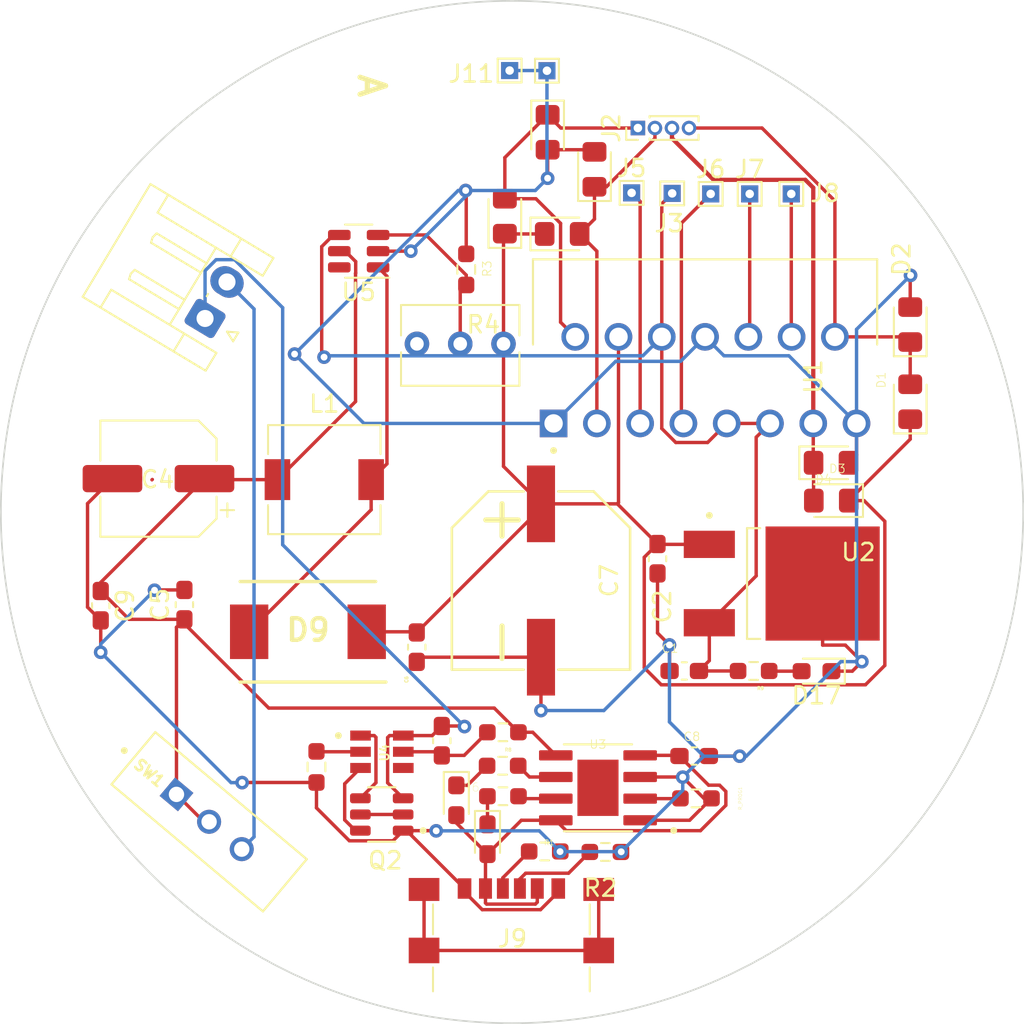
<source format=kicad_pcb>
(kicad_pcb (version 20221018) (generator pcbnew)
  (layers (0 "F.Cu" signal) (31 "B.Cu" signal) (34 "B.Paste" user) (35 "F.Paste" user) (36 "B.SilkS" user "B.Silkscreen") (37 "F.SilkS" user "F.Silkscreen") (38 "B.Mask" user) (39 "F.Mask" user) (44 "Edge.Cuts" user))
  (net 0 "")
  (net 1 "+5V Arduino")
  (net 2 "GND_Arduino1")
  (net 3 "A0")
  (net 4 "A1")
  (net 5 "A2")
  (net 6 "A3")
  (net 7 "Bat+")
  (net 8 "Boost_Out")
  (net 9 "Net-(U4-VCC)")
  (net 10 "Batt-")
  (net 11 "OUT4")
  (net 12 "OUT3")
  (net 13 "OUT2")
  (net 14 "OUT1")
  (net 15 "Net-(D10-K)")
  (net 16 "Net-(D10-A)")
  (net 17 "Net-(D11-K)")
  (net 18 "Net-(D17-A)")
  (net 19 "Net-(J9-CC1)")
  (net 20 "Net-(J9-CC2)")
  (net 21 "unconnected-(J9-SHIELD-PadS1)")
  (net 22 "Net-(D9-B)")
  (net 23 "Net-(Q2-Pad2)")
  (net 24 "Net-(U4-OD)")
  (net 25 "Net-(U4-OC)")
  (net 26 "Net-(U5-FB)")
  (net 27 "Hold")
  (net 28 "Charge")
  (net 29 "Net-(U4-CS)")
  (net 30 "Net-(U3-PROG)")
  (net 32 "Net-(J4-Pin_2)")
  (footprint "Resistor_SMD:R_0603_1608Metric_Pad0.98x0.95mm_HandSolder" (layer "F.Cu") (at 115.89875 82.89)
    (fp_text reference "R1")
    (fp_text value "5.2k" hide)
  )
  (footprint "Capacitor_SMD:C_0603_1608Metric_Pad1.08x0.95mm_HandSolder" (layer "F.Cu") (at 124.66875 77.29)
    (fp_text reference "C8")
    (fp_text value "10uF")
  )
  (footprint "Package_TO_SOT_SMD:SOT-23-6" (layer "F.Cu") (at 104.98 47.66 180)
    (fp_text reference "U5")
    (fp_text value "MT3608")
  )
  (footprint "TestPoint:TestPoint_THTPad_1.0x1.0mm_Drill0.5mm" (layer "F.Cu") (at 127.92875 44.3)
    (fp_text reference "J7")
    (fp_text value "Conn_01x01_Socket" hide)
  )
  (footprint "Resistor_SMD:R_0603_1608Metric_Pad0.98x0.95mm_HandSolder" (layer "F.Cu") (at 113.44375 75.895)
    (fp_text reference "R8")
    (fp_text value "100")
  )
  (footprint "Connector_PinHeader_1.00mm:PinHeader_1x04_P1.00mm_Vertical" (layer "F.Cu") (at 121.36725 40.4335 90)
    (fp_text reference "J2")
    (fp_text value "Conn_01x04_Socket" hide)
  )
  (footprint "KiCad:DIOM8059X256N" (layer "F.Cu") (at 102.00225 69.9985 180)
    (fp_text reference "D9")
    (fp_text value "SS34" hide)
  )
  (footprint "FS8205:SOT95P280X145-6N" (layer "F.Cu") (at 106.33375 80.72 180)
    (fp_text reference "Q2")
    (fp_text value "FS8205")
  )
  (footprint "Diode_SMD:D_0805_2012Metric_Pad1.15x1.40mm_HandSolder" (layer "F.Cu") (at 118.81875 42.8575 90)
    (fp_text reference "D6" hide)
    (fp_text value "1N5400" hide)
  )
  (footprint "Capacitor_SMD:C_0603_1608Metric_Pad1.08x0.95mm_HandSolder" (layer "F.Cu") (at 89.84225 68.466 -90)
    (fp_text reference "C9")
    (fp_text value "10uF")
  )
  (footprint "L298N:TO127P2020X500X2100-15" (layer "F.Cu") (at 116.41875 57.77 90)
    (fp_text reference "U1")
    (fp_text value "L298N")
  )
  (footprint "Resistor_SMD:R_0603_1608Metric_Pad0.98x0.95mm_HandSolder" (layer "F.Cu") (at 113.44625 79.65)
    (fp_text reference "R6")
    (fp_text value "1k")
  )
  (footprint "Capacitor_SMD:C_0603_1608Metric_Pad1.08x0.95mm_HandSolder" (layer "F.Cu") (at 108.38875 70.9 -90)
    (fp_text reference "C6")
    (fp_text value "1uF")
  )
  (footprint "Connector_JST:JST_EH_S2B-EH_1x02_P2.50mm_Horizontal" (layer "F.Cu") (at 95.964838 51.610558 59)
    (fp_text reference "J4" hide)
    (fp_text value "Conn_01x02_Pin" hide)
  )
  (footprint "LED_SMD:LED_0603_1608Metric_Pad1.05x0.95mm_HandSolder" (layer "F.Cu") (at 112.54 82.1725 -90)
    (fp_text reference "D11" hide)
    (fp_text value "GREEN_LED" hide)
  )
  (footprint "Diode_SMD:D_0805_2012Metric_Pad1.15x1.40mm_HandSolder" (layer "F.Cu") (at 132.71625 62.3 180)
    (fp_text reference "D3")
    (fp_text value "1N5400" hide)
  )
  (footprint "TestPoint:TestPoint_THTPad_1.0x1.0mm_Drill0.5mm" (layer "F.Cu") (at 113.84 37.06 180)
    (fp_text reference "J11")
    (fp_text value "Conn_01x01_Socket" hide)
  )
  (footprint "TestPoint:TestPoint_THTPad_1.0x1.0mm_Drill0.5mm" (layer "F.Cu") (at 120.99875 44.24)
    (fp_text reference "J5")
    (fp_text value "Conn_01x01_Socket" hide)
  )
  (footprint "MINI-SPDT-SW:SW_MINI-SPDT-SW" (layer "F.Cu") (at 96.20225 81.1485 -40)
    (fp_text reference "SW1")
    (fp_text value "SW_SPDT")
  )
  (footprint "CAP-SMD_BD10.0-L10.3-W10.3-FD:CAP-SMD_BD10.0-L10.3-W10.3-FD" (layer "F.Cu") (at 115.67875 66.99 -90)
    (fp_text reference "C7")
    (fp_text value "220uF/50V")
  )
  (footprint "Inductor_SMD:L_6.3x6.3_H3" (layer "F.Cu") (at 102.96225 61.0685)
    (fp_text reference "L1")
    (fp_text value "22uh/2A")
  )
  (footprint "Capacitor_SMD:C_0603_1608Metric_Pad1.08x0.95mm_HandSolder" (layer "F.Cu") (at 109.85875 76.39 90)
    (fp_text reference "C10" hide)
    (fp_text value "100nF" hide)
  )
  (footprint "Resistor_SMD:R_0603_1608Metric_Pad0.98x0.95mm_HandSolder" (layer "F.Cu") (at 111.29225 48.731 90)
    (fp_text reference "R3")
    (fp_text value "1k")
  )
  (footprint "TestPoint:TestPoint_THTPad_1.0x1.0mm_Drill0.5mm" (layer "F.Cu") (at 130.36875 44.3)
    (fp_text reference "J8")
    (fp_text value "Conn_01x01_Socket" hide)
  )
  (footprint "TP4056:SOP127P600X175-9N" (layer "F.Cu") (at 119.02375 79.155 180)
    (fp_text reference "U3")
    (fp_text value "TP4056" hide)
  )
  (footprint "Resistor_SMD:R_0603_1608Metric_Pad0.98x0.95mm_HandSolder" (layer "F.Cu") (at 102.50375 77.93 -90)
    (fp_text reference "R7" hide)
    (fp_text value "1k" hide)
  )
  (footprint "Resistor_SMD:R_0603_1608Metric_Pad0.98x0.95mm_HandSolder" (layer "F.Cu") (at 113.42875 77.86)
    (fp_text reference "R5" hide)
    (fp_text value "1k" hide)
  )
  (footprint "LED_SMD:LED_0603_1608Metric_Pad1.05x0.95mm_HandSolder" (layer "F.Cu") (at 110.71 79.885 -90)
    (fp_text reference "D10" hide)
    (fp_text value "RED_LED" hide)
  )
  (footprint "Resistor_SMD:R_0603_1608Metric_Pad0.98x0.95mm_HandSolder" (layer "F.Cu") (at 128.15875 72.2975)
    (fp_text reference "R9")
    (fp_text value "1k")
  )
  (footprint "Diode_SMD:D_0805_2012Metric_Pad1.15x1.40mm_HandSolder" (layer "F.Cu") (at 137.34875 51.9675 90)
    (fp_text reference "D2")
    (fp_text value "1N5400" hide)
  )
  (footprint "L78M05CDT:VREG_L78M05CDT" (layer "F.Cu") (at 129.80875 67.1675)
    (fp_text reference "U2")
    (fp_text value "L7805")
  )
  (footprint "Resistor_SMD:R_0603_1608Metric_Pad0.98x0.95mm_HandSolder" (layer "F.Cu") (at 119.45875 82.92)
    (fp_text reference "R2")
    (fp_text value "5.2k" hide)
  )
  (footprint "Diode_SMD:D_0805_2012Metric_Pad1.15x1.40mm_HandSolder" (layer "F.Cu") (at 132.70125 60.08)
    (fp_text reference "D4")
    (fp_text value "1N5400" hide)
  )
  (footprint "Capacitor_SMD:C_0603_1608Metric_Pad1.08x0.95mm_HandSolder" (layer "F.Cu") (at 94.75225 68.4045 90)
    (fp_text reference "C5")
    (fp_text value "1uF")
  )
  (footprint "TestPoint:TestPoint_THTPad_1.0x1.0mm_Drill0.5mm" (layer "F.Cu") (at 123.37875 44.27)
    (fp_text reference "J3")
    (fp_text value "Conn_01x01_Socket" hide)
  )
  (footprint "Diode_SMD:D_0805_2012Metric_Pad1.15x1.40mm_HandSolder" (layer "F.Cu") (at 116.06875 40.6825 -90)
    (fp_text reference "D8" hide)
    (fp_text value "1N5400" hide)
  )
  (footprint "Diode_SMD:D_0805_2012Metric_Pad1.15x1.40mm_HandSolder" (layer "F.Cu") (at 137.34875 56.4975 90)
    (fp_text reference "D1")
    (fp_text value "1N5400" hide)
  )
  (footprint "Diode_SMD:D_0805_2012Metric_Pad1.15x1.40mm_HandSolder" (layer "F.Cu") (at 113.55875 45.6075 90)
    (fp_text reference "D7" hide)
    (fp_text value "1N5400" hide)
  )
  (footprint "DW01A:SOT95P280X145-6N" (layer "F.Cu") (at 106.34375 77.04)
    (fp_text reference "U4")
    (fp_text value "DW01A" hide)
  )
  (footprint "LED_SMD:LED_0603_1608Metric_Pad1.05x0.95mm_HandSolder" (layer "F.Cu") (at 131.85 72.31 180)
    (fp_text reference "D17")
    (fp_text value "LED")
  )
  (footprint "Capacitor_SMD:C_0603_1608Metric_Pad1.08x0.95mm_HandSolder" (layer "F.Cu") (at 122.51875 65.71 -90)
    (fp_text reference "C2")
    (fp_text value "10uF" hide)
  )
  (footprint "Diode_SMD:D_0805_2012Metric_Pad1.15x1.40mm_HandSolder" (layer "F.Cu") (at 116.92125 46.65)
    (fp_text reference "D5" hide)
    (fp_text value "1N5400" hide)
  )
  (footprint "Connector_USB:USB_C_Receptacle_GCT_USB4135-GF-A_6P_TopMnt_Horizontal" (layer "F.Cu") (at 113.94225 88.0985)
    (fp_text reference "J9")
    (fp_text value "USB_C_Receptacle_PowerOnly_6P" hide)
  )
  (footprint "Capacitor_SMD:C_0603_1608Metric_Pad1.08x0.95mm_HandSolder" (layer "F.Cu") (at 124.08875 72.2975 180)
    (fp_text reference "C1")
    (fp_text value "10uF")
  )
  (footprint "Potentiometer_THT:Potentiometer_Bourns_3266Y_Vertical" (layer "F.Cu") (at 113.48 53.1)
    (fp_text reference "R4")
    (fp_text value "20k-40k")
  )
  (footprint "Capacitor_SMD:CP_Elec_6.3x7.7" (layer "F.Cu") (at 93.23 61.01 180)
    (fp_text reference "C4")
    (fp_text value "47uF/50V")
  )
  (footprint "Resistor_SMD:R_0603_1608Metric_Pad0.98x0.95mm_HandSolder" (layer "F.Cu") (at 124.77375 79.775)
    (fp_text reference "R_PROG1")
    (fp_text value "1.2k")
  )
  (footprint "TestPoint:TestPoint_THTPad_1.0x1.0mm_Drill0.5mm" (layer "F.Cu") (at 116.03 37.07 180)
    (fp_text reference "J10" hide)
    (fp_text value "Conn_01x01_Socket" hide)
  )
  (footprint "TestPoint:TestPoint_THTPad_1.0x1.0mm_Drill0.5mm" (layer "F.Cu") (at 125.63875 44.3)
    (fp_text reference "J6")
    (fp_text value "Conn_01x01_Socket" hide)
  )
  (gr_circle (center 113.98 62.97) (end 113.98 92.97) (stroke (width 0.1)) (fill none) (layer "Edge.Cuts"))
  (gr_text "A" (at 104.86 37.11 -90) (layer "F.SilkS") (effects (font (size 1.5 1.5) (thickness 0.3) bold) (justify left bottom)))
  (segment (start 128.308751 66.717499) (end 125.55875 69.4675) (width 0.2) (layer "F.Cu") (net 1))
  (segment (start 102.81 53.74125) (end 102.94875 53.88) (width 0.2) (layer "F.Cu") (net 1))
  (segment (start 123.588972 58.89) (end 125.45875 58.89) (width 0.2) (layer "F.Cu") (net 1))
  (segment (start 122.76875 52.69) (end 122.76875 58.069778) (width 0.2) (layer "F.Cu") (net 1))
  (segment (start 127.24625 72.2975) (end 124.95125 72.2975) (width 0.2) (layer "F.Cu") (net 1))
  (segment (start 122.76875 58.069778) (end 123.588972 58.89) (width 0.2) (layer "F.Cu") (net 1))
  (segment (start 126.57875 57.77) (end 129.11875 57.77) (width 0.2) (layer "F.Cu") (net 1))
  (segment (start 102.91225 53.78525) (end 102.91225 53.8435) (width 0.2) (layer "F.Cu") (net 1))
  (segment (start 122.76875 44.88) (end 123.37875 44.27) (width 0.2) (layer "F.Cu") (net 1))
  (segment (start 124.95125 72.2975) (end 125.55875 71.69) (width 0.2) (layer "F.Cu") (net 1))
  (segment (start 129.11875 57.77) (end 128.308751 58.579999) (width 0.2) (layer "F.Cu") (net 1))
  (segment (start 103.493604 46.71) (end 102.81 47.393604) (width 0.2) (layer "F.Cu") (net 1))
  (segment (start 125.45875 58.89) (end 126.57875 57.77) (width 0.2) (layer "F.Cu") (net 1))
  (segment (start 103.8425 46.71) (end 103.493604 46.71) (width 0.2) (layer "F.Cu") (net 1))
  (segment (start 128.308751 58.579999) (end 128.308751 66.717499) (width 0.2) (layer "F.Cu") (net 1))
  (segment (start 102.81 47.393604) (end 102.81 53.74125) (width 0.2) (layer "F.Cu") (net 1))
  (segment (start 125.55875 71.69) (end 125.55875 69.4675) (width 0.2) (layer "F.Cu") (net 1))
  (segment (start 102.91225 53.8435) (end 102.94875 53.88) (width 0.2) (layer "F.Cu") (net 1))
  (segment (start 122.76875 52.69) (end 122.76875 44.88) (width 0.2) (layer "F.Cu") (net 1))
  (via (at 102.94875 53.88) (size 0.8) (drill 0.4) (layers "F.Cu" "B.Cu") (net 1))
  (segment (start 121.65875 53.8) (end 103.02875 53.8) (width 0.2) (layer "B.Cu") (net 1))
  (segment (start 103.02875 53.8) (end 102.94875 53.88) (width 0.2) (layer "B.Cu") (net 1))
  (segment (start 122.76875 52.69) (end 121.65875 53.8) (width 0.2) (layer "B.Cu") (net 1))
  (segment (start 102.50375 78.8425) (end 98.14625 78.8425) (width 0.2) (layer "F.Cu") (net 2))
  (segment (start 116.80875 82.89) (end 116.79875 82.9) (width 0.2) (layer "F.Cu") (net 2))
  (segment (start 90.53 61.01) (end 89.06725 62.47275) (width 0.2) (layer "F.Cu") (net 2))
  (segment (start 125.24375 79.775) (end 123.99875 78.53) (width 0.2) (layer "F.Cu") (net 2))
  (segment (start 122.51875 66.5725) (end 122.51875 70.07) (width 0.2) (layer "F.Cu") (net 2))
  (segment (start 107.58875 81.67) (end 107.79625 81.67) (width 0.2) (layer "F.Cu") (net 2))
  (segment (start 94.75225 67.542) (end 93.01675 67.542) (width 0.2) (layer "F.Cu") (net 2))
  (segment (start 106.99375 82.265) (end 104.435889 82.265) (width 0.2) (layer "F.Cu") (net 2))
  (segment (start 125.68625 79.775) (end 125.24375 79.775) (width 0.2) (layer "F.Cu") (net 2))
  (segment (start 102.50375 80.332861) (end 102.50375 78.8425) (width 0.2) (layer "F.Cu") (net 2))
  (segment (start 134.19875 59.6075) (end 134.19875 57.77) (width 0.2) (layer "F.Cu") (net 2))
  (segment (start 106.1175 47.66) (end 108.04 47.66) (width 0.2) (layer "F.Cu") (net 2))
  (segment (start 107.79625 81.67) (end 111.19225 85.066) (width 0.2) (layer "F.Cu") (net 2))
  (segment (start 133.55475 57.561) (end 133.56475 57.571) (width 0.25) (layer "F.Cu") (net 2))
  (segment (start 108.38875 71.7625) (end 108.66125 71.49) (width 0.2) (layer "F.Cu") (net 2))
  (segment (start 125.53125 77.29) (end 127.32875 77.29) (width 0.2) (layer "F.Cu") (net 2))
  (segment (start 122.51875 70.07) (end 123.21875 70.77) (width 0.2) (layer "F.Cu") (net 2))
  (segment (start 111.29225 47.8185) (end 111.29225 44.1335) (width 0.2) (layer "F.Cu") (net 2))
  (segment (start 116.69225 85.266) (end 115.65125 86.307) (width 0.2) (layer "F.Cu") (net 2))
  (segment (start 118.69375 41.7075) (end 118.81875 41.8325) (width 0.2) (layer "F.Cu") (net 2))
  (segment (start 89.84225 69.3285) (end 89.84225 71.1965) (width 0.2) (layer "F.Cu") (net 2))
  (segment (start 127.32875 77.29) (end 127.33875 77.3) (width 0.2) (layer "F.Cu") (net 2))
  (segment (start 115.67875 71.49) (end 115.67875 74.62) (width 0.2) (layer "F.Cu") (net 2))
  (segment (start 98.14625 78.8425) (end 98.13875 78.85) (width 0.2) (layer "F.Cu") (net 2))
  (segment (start 120.37125 82.92) (end 120.37875 82.92) (width 0.2) (layer "F.Cu") (net 2))
  (segment (start 133.56725 57.5685) (end 133.56475 57.571) (width 0.25) (layer "F.Cu") (net 2))
  (segment (start 89.84225 71.1965) (end 89.83875 71.2) (width 0.2) (layer "F.Cu") (net 2))
  (segment (start 107.58875 81.67) (end 106.99375 82.265) (width 0.2) (layer "F.Cu") (net 2))
  (segment (start 133.72625 60.08) (end 134.19875 59.6075) (width 0.2) (layer "F.Cu") (net 2))
  (segment (start 111.19225 85.266) (end 111.19225 85.066) (width 0.2) (layer "F.Cu") (net 2))
  (segment (start 116.69225 85.066) (end 116.69225 85.266) (width 0.2) (layer "F.Cu") (net 2))
  (segment (start 123.22625 70.7775) (end 123.21875 70.77) (width 0.2) (layer "F.Cu") (net 2))
  (segment (start 112.23325 86.307) (end 111.19225 85.266) (width 0.2) (layer "F.Cu") (net 2))
  (segment (start 116.06875 41.7075) (end 118.69375 41.7075) (width 0.2) (layer "F.Cu") (net 2))
  (segment (start 124.40125 81.06) (end 121.49875 81.06) (width 0.2) (layer "F.Cu") (net 2))
  (segment (start 111.29225 44.1335) (end 111.25875 44.1) (width 0.2) (layer "F.Cu") (net 2))
  (segment (start 132.20875 70.78) (end 133.54 70.78) (width 0.2) (layer "F.Cu") (net 2))
  (segment (start 104.435889 82.265) (end 102.50375 80.332861) (width 0.2) (layer "F.Cu") (net 2))
  (segment (start 132.20875 67.1675) (end 132.20875 70.78) (width 0.2) (layer "F.Cu") (net 2))
  (segment (start 123.98875 78.52) (end 123.99875 78.53) (width 0.2) (layer "F.Cu") (net 2))
  (segment (start 115.65125 86.307) (end 112.23325 86.307) (width 0.2) (layer "F.Cu") (net 2))
  (segment (start 93.01675 67.542) (end 92.99875 67.56) (width 0.2) (layer "F.Cu") (net 2))
  (segment (start 133.95 72.31) (end 134.51 71.75) (width 0.2) (layer "F.Cu") (net 2))
  (segment (start 133.54 70.78) (end 134.51 71.75) (width 0.2) (layer "F.Cu") (net 2))
  (segment (start 123.22625 72.2975) (end 123.22625 70.7775) (width 0.2) (layer "F.Cu") (net 2))
  (segment (start 137.34875 50.9425) (end 137.34875 49.1) (width 0.2) (layer "F.Cu") (net 2))
  (segment (start 109.51875 81.67) (end 109.52875 81.68) (width 0.2) (layer "F.Cu") (net 2))
  (segment (start 107.58875 81.67) (end 109.51875 81.67) (width 0.2) (layer "F.Cu") (net 2))
  (segment (start 121.49875 78.52) (end 123.98875 78.52) (width 0.2) (layer "F.Cu") (net 2))
  (segment (start 89.06725 68.5535) (end 89.84225 69.3285) (width 0.2) (layer "F.Cu") (net 2))
  (segment (start 116.81125 82.89) (end 116.80875 82.89) (width 0.2) (layer "F.Cu") (net 2))
  (segment (start 89.06725 62.47275) (end 89.06725 68.5535) (width 0.2) (layer "F.Cu") (net 2))
  (segment (start 125.68625 79.775) (end 124.40125 81.06) (width 0.2) (layer "F.Cu") (net 2))
  (segment (start 132.725 72.31) (end 133.95 72.31) (width 0.2) (layer "F.Cu") (net 2))
  (segment (start 108.66125 71.49) (end 115.67875 71.49) (width 0.2) (layer "F.Cu") (net 2))
  (segment (start 137.34875 49.1) (end 137.36875 49.08) (width 0.2) (layer "F.Cu") (net 2))
  (segment (start 116.06875 41.7075) (end 116.06875 43.38) (width 0.2) (layer "F.Cu") (net 2))
  (segment (start 120.37875 82.92) (end 120.38875 82.91) (width 0.2) (layer "F.Cu") (net 2))
  (via (at 98.13875 78.85) (size 0.8) (drill 0.4) (layers "F.Cu" "B.Cu") (net 2))
  (via (at 123.21875 70.77) (size 0.8) (drill 0.4) (layers "F.Cu" "B.Cu") (net 2))
  (via (at 134.51 71.75) (size 0.8) (drill 0.4) (layers "F.Cu" "B.Cu") (net 2))
  (via (at 101.21875 53.7) (size 0.8) (drill 0.4) (layers "F.Cu" "B.Cu") (net 2))
  (via (at 116.79875 82.9) (size 0.8) (drill 0.4) (layers "F.Cu" "B.Cu") (net 2))
  (via (at 116.06875 43.38) (size 0.8) (drill 0.4) (layers "F.Cu" "B.Cu") (net 2))
  (via (at 89.83875 71.2) (size 0.8) (drill 0.4) (layers "F.Cu" "B.Cu") (net 2))
  (via (at 127.33875 77.3) (size 0.8) (drill 0.4) (layers "F.Cu" "B.Cu") (net 2))
  (via (at 111.25875 44.1) (size 0.8) (drill 0.4) (layers "F.Cu" "B.Cu") (net 2))
  (via (at 120.38875 82.91) (size 0.8) (drill 0.4) (layers "F.Cu" "B.Cu") (net 2))
  (via (at 109.52875 81.68) (size 0.8) (drill 0.4) (layers "F.Cu" "B.Cu") (net 2))
  (via (at 108.04 47.66) (size 0.8) (drill 0.4) (layers "F.Cu" "B.Cu") (net 2))
  (via (at 137.36875 49.08) (size 0.8) (drill 0.4) (layers "F.Cu" "B.Cu") (net 2))
  (via (at 92.99875 67.56) (size 0.8) (drill 0.4) (layers "F.Cu" "B.Cu") (net 2))
  (via (at 123.99875 78.53) (size 0.8) (drill 0.4) (layers "F.Cu" "B.Cu") (net 2))
  (via (at 115.67875 74.62) (size 0.8) (drill 0.4) (layers "F.Cu" "B.Cu") (net 2))
  (segment (start 134.19875 71.43875) (end 134.51 71.75) (width 0.2) (layer "B.Cu") (net 2))
  (segment (start 123.21875 75.29) (end 123.21875 70.77) (width 0.2) (layer "B.Cu") (net 2))
  (segment (start 109.52875 81.68) (end 115.57875 81.68) (width 0.2) (layer "B.Cu") (net 2))
  (segment (start 108.04 47.66) (end 111.25875 44.44125) (width 0.2) (layer "B.Cu") (net 2))
  (segment (start 97.48875 78.85) (end 98.13875 78.85) (width 0.2) (layer "B.Cu") (net 2))
  (segment (start 111.25875 44.1) (end 115.34875 44.1) (width 0.2) (layer "B.Cu") (net 2))
  (segment (start 111.25875 44.44125) (end 111.25875 44.1) (width 0.2) (layer "B.Cu") (net 2))
  (segment (start 125.30875 52.69) (end 126.41875 53.8) (width 0.2) (layer "B.Cu") (net 2))
  (segment (start 125.22875 77.3) (end 123.99875 78.53) (width 0.2) (layer "B.Cu") (net 2))
  (segment (start 92.99875 67.56) (end 89.83875 70.72) (width 0.2) (layer "B.Cu") (net 2))
  (segment (start 120.06175 54.127) (end 116.41875 57.77) (width 0.2) (layer "B.Cu") (net 2))
  (segment (start 116.41875 57.77) (end 105.28875 57.77) (width 0.2) (layer "B.Cu") (net 2))
  (segment (start 125.22875 77.3) (end 123.21875 75.29) (width 0.2) (layer "B.Cu") (net 2))
  (segment (start 115.57875 81.68) (end 116.79875 82.9) (width 0.2) (layer "B.Cu") (net 2))
  (segment (start 137.36875 49.08) (end 134.19875 52.25) (width 0.2) (layer "B.Cu") (net 2))
  (segment (start 127.33875 77.3) (end 125.22875 77.3) (width 0.2) (layer "B.Cu") (net 2))
  (segment (start 134.19875 52.25) (end 134.19875 57.77) (width 0.2) (layer "B.Cu") (net 2))
  (segment (start 130.22875 53.8) (end 134.19875 57.77) (width 0.2) (layer "B.Cu") (net 2))
  (segment (start 89.83875 71.2) (end 97.48875 78.85) (width 0.2) (layer "B.Cu") (net 2))
  (segment (start 126.41875 53.8) (end 130.22875 53.8) (width 0.2) (layer "B.Cu") (net 2))
  (segment (start 133.27875 71.75) (end 127.72875 77.3) (width 0.2) (layer "B.Cu") (net 2))
  (segment (start 105.28875 57.77) (end 101.21875 53.7) (width 0.2) (layer "B.Cu") (net 2))
  (segment (start 119.36875 74.62) (end 123.21875 70.77) (width 0.2) (layer "B.Cu") (net 2))
  (segment (start 120.38875 82.91) (end 120.37875 82.9) (width 0.2) (layer "B.Cu") (net 2))
  (segment (start 120.38875 82.91) (end 123.99875 79.3) (width 0.2) (layer "B.Cu") (net 2))
  (segment (start 134.51 71.75) (end 133.27875 71.75) (width 0.2) (layer "B.Cu") (net 2))
  (segment (start 113.84 37.06) (end 116.02 37.06) (width 0.2) (layer "B.Cu") (net 2))
  (segment (start 125.30875 52.69) (end 123.87175 54.127) (width 0.2) (layer "B.Cu") (net 2))
  (segment (start 127.72875 77.3) (end 127.33875 77.3) (width 0.2) (layer "B.Cu") (net 2))
  (segment (start 120.37875 82.9) (end 116.79875 82.9) (width 0.2) (layer "B.Cu") (net 2))
  (segment (start 110.81875 44.1) (end 101.21875 53.7) (width 0.2) (layer "B.Cu") (net 2))
  (segment (start 116.03 37.07) (end 116.03 43.34125) (width 0.2) (layer "B.Cu") (net 2))
  (segment (start 123.99875 79.3) (end 123.99875 78.53) (width 0.2) (layer "B.Cu") (net 2))
  (segment (start 89.83875 70.72) (end 89.83875 71.2) (width 0.2) (layer "B.Cu") (net 2))
  (segment (start 115.67875 74.62) (end 119.36875 74.62) (width 0.2) (layer "B.Cu") (net 2))
  (segment (start 134.19875 57.77) (end 134.19875 71.43875) (width 0.2) (layer "B.Cu") (net 2))
  (segment (start 115.34875 44.1) (end 116.06875 43.38) (width 0.2) (layer "B.Cu") (net 2))
  (segment (start 123.87175 54.127) (end 120.06175 54.127) (width 0.2) (layer "B.Cu") (net 2))
  (segment (start 111.25875 44.1) (end 110.81875 44.1) (width 0.2) (layer "B.Cu") (net 2))
  (segment (start 116.03 43.34125) (end 116.06875 43.38) (width 0.2) (layer "B.Cu") (net 2))
  (segment (start 121.49875 44.74) (end 121.49875 57.77) (width 0.2) (layer "F.Cu") (net 3))
  (segment (start 120.99875 44.24) (end 121.49875 44.74) (width 0.2) (layer "F.Cu") (net 3))
  (segment (start 125.63875 44.3) (end 123.91875 46.02) (width 0.2) (layer "F.Cu") (net 4))
  (segment (start 123.91875 46.02) (end 123.91875 57.65) (width 0.2) (layer "F.Cu") (net 4))
  (segment (start 123.91875 57.65) (end 124.03875 57.77) (width 0.2) (layer "F.Cu") (net 4))
  (segment (start 127.92875 44.3) (end 127.92875 52.61) (width 0.2) (layer "F.Cu") (net 5))
  (segment (start 127.92875 52.61) (end 127.84875 52.69) (width 0.2) (layer "F.Cu") (net 5))
  (segment (start 130.36875 44.3) (end 130.36875 52.67) (width 0.2) (layer "F.Cu") (net 6))
  (segment (start 130.36875 52.67) (end 130.38875 52.69) (width 0.2) (layer "F.Cu") (net 6))
  (segment (start 104.795698 48.955698) (end 104.805 48.946396) (width 0.2) (layer "F.Cu") (net 7))
  (segment (start 112.93625 74.475) (end 114.35625 75.895) (width 0.2) (layer "F.Cu") (net 7))
  (segment (start 95.9885 61.0685) (end 100.21225 61.0685) (width 0.2) (layer "F.Cu") (net 7))
  (segment (start 95.894108 81.1485) (end 96.20225 81.1485) (width 0.2) (layer "F.Cu") (net 7))
  (segment (start 94.287139 79.541531) (end 95.894108 81.1485) (width 0.2) (layer "F.Cu") (net 7))
  (segment (start 104.191396 47.66) (end 103.8425 47.66) (width 0.2) (layer "F.Cu") (net 7))
  (segment (start 94.287139 69.732111) (end 94.287139 79.541531) (width 0.2) (layer "F.Cu") (net 7))
  (segment (start 91.50575 69.267) (end 89.84225 67.6035) (width 0.2) (layer "F.Cu") (net 7))
  (segment (start 94.75225 69.267) (end 94.75225 69.5235) (width 0.2) (layer "F.Cu") (net 7))
  (segment (start 89.84225 67.09775) (end 95.93 61.01) (width 0.2) (layer "F.Cu") (net 7))
  (segment (start 100.21225 61.0685) (end 104.795698 56.485052) (width 0.2) (layer "F.Cu") (net 7))
  (segment (start 92.84875 61.08) (end 92.87025 61.0585) (width 0.2) (layer "F.Cu") (net 7))
  (segment (start 94.75225 69.267) (end 91.50575 69.267) (width 0.2) (layer "F.Cu") (net 7))
  (segment (start 104.795698 56.485052) (end 104.795698 48.955698) (width 0.2) (layer "F.Cu") (net 7))
  (segment (start 94.75225 69.267) (end 94.287139 69.732111) (width 0.2) (layer "F.Cu") (net 7))
  (segment (start 114.35625 75.895) (end 115.19375 75.895) (width 0.2) (layer "F.Cu") (net 7))
  (segment (start 104.805 48.273604) (end 104.191396 47.66) (width 0.2) (layer "F.Cu") (net 7))
  (segment (start 115.19375 75.895) (end 116.54875 77.25) (width 0.2) (layer "F.Cu") (net 7))
  (segment (start 104.805 48.946396) (end 104.805 48.273604) (width 0.2) (layer "F.Cu") (net 7))
  (segment (start 99.70375 74.475) (end 112.93625 74.475) (width 0.2) (layer "F.Cu") (net 7))
  (segment (start 89.84225 67.6035) (end 89.84225 67.09775) (width 0.2) (layer "F.Cu") (net 7))
  (segment (start 94.75225 69.5235) (end 99.70375 74.475) (width 0.2) (layer "F.Cu") (net 7))
  (segment (start 95.93 61.01) (end 95.9885 61.0685) (width 0.2) (layer "F.Cu") (net 7))
  (segment (start 133.74125 62.3) (end 137.34875 58.6925) (width 0.2) (layer "F.Cu") (net 8))
  (segment (start 113.48 53.1) (end 113.48 46.71125) (width 0.2) (layer "F.Cu") (net 8))
  (segment (start 115.67875 62.7475) (end 115.67875 62.49) (width 0.2) (layer "F.Cu") (net 8))
  (segment (start 105.45225 69.9985) (end 108.34975 69.9985) (width 0.2) (layer "F.Cu") (net 8))
  (segment (start 115.89625 46.65) (end 113.57625 46.65) (width 0.2) (layer "F.Cu") (net 8))
  (segment (start 122.74111 73.11) (end 121.74 72.10889) (width 0.2) (layer "F.Cu") (net 8))
  (segment (start 137.34875 58.6925) (end 137.34875 57.5225) (width 0.2) (layer "F.Cu") (net 8))
  (segment (start 134.64125 62.3) (end 135.85875 63.5175) (width 0.2) (layer "F.Cu") (net 8))
  (segment (start 135.85875 71.97) (end 134.71875 73.11) (width 0.2) (layer "F.Cu") (net 8))
  (segment (start 113.57625 46.65) (end 113.55875 46.6325) (width 0.2) (layer "F.Cu") (net 8))
  (segment (start 108.38875 70.0375) (end 115.67875 62.7475) (width 0.2) (layer "F.Cu") (net 8))
  (segment (start 120.22875 52.69) (end 120.22875 62.4225) (width 0.2) (layer "F.Cu") (net 8))
  (segment (start 120.16125 62.49) (end 115.67875 62.49) (width 0.2) (layer "F.Cu") (net 8))
  (segment (start 135.85875 63.5175) (end 135.85875 71.97) (width 0.2) (layer "F.Cu") (net 8))
  (segment (start 122.51875 64.8475) (end 122.53875 64.8675) (width 0.2) (layer "F.Cu") (net 8))
  (segment (start 115.67875 62.49) (end 115.67875 62.29) (width 0.2) (layer "F.Cu") (net 8))
  (segment (start 113.48 60.29125) (end 115.67875 62.49) (width 0.2) (layer "F.Cu") (net 8))
  (segment (start 113.48 53.1) (end 113.48 60.29125) (width 0.2) (layer "F.Cu") (net 8))
  (segment (start 113.48 46.71125) (end 113.55875 46.6325) (width 0.2) (layer "F.Cu") (net 8))
  (segment (start 133.74125 62.3) (end 134.64125 62.3) (width 0.2) (layer "F.Cu") (net 8))
  (segment (start 134.71875 73.11) (end 122.74111 73.11) (width 0.2) (layer "F.Cu") (net 8))
  (segment (start 122.53875 64.8675) (end 125.55875 64.8675) (width 0.2) (layer "F.Cu") (net 8))
  (segment (start 108.34975 69.9985) (end 108.38875 70.0375) (width 0.2) (layer "F.Cu") (net 8))
  (segment (start 122.51875 64.8475) (end 120.16125 62.49) (width 0.2) (layer "F.Cu") (net 8))
  (segment (start 120.22875 62.4225) (end 120.16125 62.49) (width 0.2) (layer "F.Cu") (net 8))
  (segment (start 121.74 65.62625) (end 122.51875 64.8475) (width 0.2) (layer "F.Cu") (net 8))
  (segment (start 121.74 72.10889) (end 121.74 65.62625) (width 0.2) (layer "F.Cu") (net 8))
  (segment (start 109.64625 77.04) (end 109.85875 77.2525) (width 0.2) (layer "F.Cu") (net 9))
  (segment (start 107.59875 77.04) (end 109.64625 77.04) (width 0.2) (layer "F.Cu") (net 9))
  (segment (start 109.85875 77.2525) (end 111.17375 77.2525) (width 0.2) (layer "F.Cu") (net 9))
  (segment (start 111.17375 77.2525) (end 112.53125 75.895) (width 0.2) (layer "F.Cu") (net 9))
  (segment (start 106.67875 78.86) (end 107.58875 79.77) (width 0.2) (layer "F.Cu") (net 10))
  (segment (start 111.15625 75.5275) (end 111.18875 75.56) (width 0.2) (layer "F.Cu") (net 10))
  (segment (start 107.59875 76.09) (end 109.29625 76.09) (width 0.2) (layer "F.Cu") (net 10))
  (segment (start 109.85875 75.5275) (end 111.15625 75.5275) (width 0.2) (layer "F.Cu") (net 10))
  (segment (start 109.29625 76.09) (end 109.85875 75.5275) (width 0.2) (layer "F.Cu") (net 10))
  (segment (start 106.79375 76.09) (end 106.67875 76.205) (width 0.2) (layer "F.Cu") (net 10))
  (segment (start 106.67875 76.205) (end 106.67875 78.86) (width 0.2) (layer "F.Cu") (net 10))
  (segment (start 107.59875 76.09) (end 106.79375 76.09) (width 0.2) (layer "F.Cu") (net 10))
  (via (at 111.18875 75.56) (size 0.8) (drill 0.4) (layers "F.Cu" "B.Cu") (net 10))
  (segment (start 97.699306 48.159306) (end 100.51875 50.97875) (width 0.2) (layer "B.Cu") (net 10))
  (segment (start 96.613928 48.159306) (end 97.699306 48.159306) (width 0.2) (layer "B.Cu") (net 10))
  (segment (start 95.964838 48.808396) (end 96.613928 48.159306) (width 0.2) (layer "B.Cu") (net 10))
  (segment (start 100.51875 64.89) (end 111.18875 75.56) (width 0.2) (layer "B.Cu") (net 10))
  (segment (start 95.964838 51.610558) (end 95.964838 48.808396) (width 0.2) (layer "B.Cu") (net 10))
  (segment (start 100.51875 50.97875) (end 100.51875 64.89) (width 0.2) (layer "B.Cu") (net 10))
  (segment (start 137.34875 52.9925) (end 137.34875 55.4725) (width 0.2) (layer "F.Cu") (net 11))
  (segment (start 128.650053 40.4335) (end 132.92875 44.712197) (width 0.2) (layer "F.Cu") (net 11))
  (segment (start 132.92875 44.712197) (end 132.92875 52.69) (width 0.2) (layer "F.Cu") (net 11))
  (segment (start 137.34875 52.9925) (end 137.04625 52.69) (width 0.2) (layer "F.Cu") (net 11))
  (segment (start 137.04625 52.69) (end 132.92875 52.69) (width 0.2) (layer "F.Cu") (net 11))
  (segment (start 124.36725 40.4335) (end 128.650053 40.4335) (width 0.2) (layer "F.Cu") (net 11))
  (segment (start 123.36725 40.4335) (end 123.36725 41.03454) (width 0.25) (layer "F.Cu") (net 12))
  (segment (start 131.67625 60.08) (end 131.67625 62.285) (width 0.2) (layer "F.Cu") (net 12))
  (segment (start 131.19375 43.475) (end 131.65875 43.94) (width 0.25) (layer "F.Cu") (net 12))
  (segment (start 123.36725 41.03454) (end 125.80771 43.475) (width 0.25) (layer "F.Cu") (net 12))
  (segment (start 131.67625 62.285) (end 131.69125 62.3) (width 0.2) (layer "F.Cu") (net 12))
  (segment (start 131.65875 60.0625) (end 131.65875 57.77) (width 0.2) (layer "F.Cu") (net 12))
  (segment (start 131.67625 60.08) (end 131.65875 60.0625) (width 0.2) (layer "F.Cu") (net 12))
  (segment (start 125.80771 43.475) (end 131.19375 43.475) (width 0.25) (layer "F.Cu") (net 12))
  (segment (start 131.65875 43.94) (end 131.65875 57.77) (width 0.25) (layer "F.Cu") (net 12))
  (segment (start 119.51929 43.8825) (end 122.36725 41.03454) (width 0.2) (layer "F.Cu") (net 13))
  (segment (start 118.95875 47.6625) (end 117.94625 46.65) (width 0.2) (layer "F.Cu") (net 13))
  (segment (start 118.95875 57.77) (end 118.95875 47.6625) (width 0.2) (layer "F.Cu") (net 13))
  (segment (start 118.81875 43.8825) (end 119.51929 43.8825) (width 0.2) (layer "F.Cu") (net 13))
  (segment (start 118.81875 45.7775) (end 118.81875 43.8825) (width 0.2) (layer "F.Cu") (net 13))
  (segment (start 117.94625 46.65) (end 118.81875 45.7775) (width 0.2) (layer "F.Cu") (net 13))
  (segment (start 122.36725 41.03454) (end 122.36725 40.4335) (width 0.2) (layer "F.Cu") (net 13))
  (segment (start 116.82875 51.83) (end 117.68875 52.69) (width 0.2) (layer "F.Cu") (net 14))
  (segment (start 113.55875 44.5825) (end 113.55875 42.1675) (width 0.2) (layer "F.Cu") (net 14))
  (segment (start 115.381567 44.5825) (end 116.82875 46.029683) (width 0.2) (layer "F.Cu") (net 14))
  (segment (start 116.82875 46.029683) (end 116.82875 51.83) (width 0.2) (layer "F.Cu") (net 14))
  (segment (start 116.84475 40.4335) (end 121.36725 40.4335) (width 0.2) (layer "F.Cu") (net 14))
  (segment (start 113.55875 42.1675) (end 116.06875 39.6575) (width 0.2) (layer "F.Cu") (net 14))
  (segment (start 116.06875 39.6575) (end 116.84475 40.4335) (width 0.2) (layer "F.Cu") (net 14))
  (segment (start 113.55875 44.5825) (end 115.381567 44.5825) (width 0.2) (layer "F.Cu") (net 14))
  (segment (start 110.71 79.01) (end 111.36625 79.01) (width 0.2) (layer "F.Cu") (net 15))
  (segment (start 111.36625 79.01) (end 112.51625 77.86) (width 0.2) (layer "F.Cu") (net 15))
  (segment (start 121.49875 77.25) (end 123.76625 77.25) (width 0.2) (layer "F.Cu") (net 16))
  (segment (start 110.71 80.76) (end 110.71 81.2175) (width 0.2) (layer "F.Cu") (net 16))
  (segment (start 126.15889 79) (end 126.52875 79.36986) (width 0.2) (layer "F.Cu") (net 16))
  (segment (start 126.52875 79.36986) (end 126.52875 80.18014) (width 0.2) (layer "F.Cu") (net 16))
  (segment (start 123.76625 77.25) (end 123.80625 77.29) (width 0.2) (layer "F.Cu") (net 16))
  (segment (start 125.03889 81.67) (end 117.15875 81.67) (width 0.2) (layer "F.Cu") (net 16))
  (segment (start 115.46225 85.866) (end 115.34825 85.98) (width 0.2) (layer "F.Cu") (net 16))
  (segment (start 126.52875 80.18014) (end 125.03889 81.67) (width 0.2) (layer "F.Cu") (net 16))
  (segment (start 115.46225 85.066) (end 115.46225 85.866) (width 0.2) (layer "F.Cu") (net 16))
  (segment (start 112.42225 85.9135) (end 112.42225 85.066) (width 0.2) (layer "F.Cu") (net 16))
  (segment (start 110.71 81.2175) (end 112.54 83.0475) (width 0.2) (layer "F.Cu") (net 16))
  (segment (start 112.54 83.0475) (end 112.42225 83.16525) (width 0.2) (layer "F.Cu") (net 16))
  (segment (start 112.54 83.0475) (end 114.5275 81.06) (width 0.2) (layer "F.Cu") (net 16))
  (segment (start 112.42225 83.16525) (end 112.42225 85.066) (width 0.2) (layer "F.Cu") (net 16))
  (segment (start 125.51625 79) (end 126.15889 79) (width 0.2) (layer "F.Cu") (net 16))
  (segment (start 115.34825 85.98) (end 112.48875 85.98) (width 0.2) (layer "F.Cu") (net 16))
  (segment (start 123.80625 77.29) (end 125.51625 79) (width 0.2) (layer "F.Cu") (net 16))
  (segment (start 112.48875 85.98) (end 112.42225 85.9135) (width 0.2) (layer "F.Cu") (net 16))
  (segment (start 117.15875 81.67) (end 116.54875 81.06) (width 0.2) (layer "F.Cu") (net 16))
  (segment (start 114.5275 81.06) (end 116.54875 81.06) (width 0.2) (layer "F.Cu") (net 16))
  (segment (start 112.54 79.65625) (end 112.53375 79.65) (width 0.2) (layer "F.Cu") (net 17))
  (segment (start 112.54 81.2975) (end 112.54 79.65625) (width 0.2) (layer "F.Cu") (net 17))
  (segment (start 129.08375 72.31) (end 129.07125 72.2975) (width 0.2) (layer "F.Cu") (net 18))
  (segment (start 130.975 72.31) (end 129.08375 72.31) (width 0.2) (layer "F.Cu") (net 18))
  (segment (start 114.98625 82.89) (end 113.44225 84.434) (width 0.2) (layer "F.Cu") (net 19))
  (segment (start 113.44225 84.434) (end 113.44225 85.066) (width 0.2) (layer "F.Cu") (net 19))
  (segment (start 118.54625 82.92) (end 117.30025 84.166) (width 0.2) (layer "F.Cu") (net 20))
  (segment (start 117.30025 84.166) (end 114.78225 84.166) (width 0.2) (layer "F.Cu") (net 20))
  (segment (start 114.44225 84.506) (end 114.44225 85.066) (width 0.2) (layer "F.Cu") (net 20))
  (segment (start 114.78225 84.166) (end 114.44225 84.506) (width 0.2) (layer "F.Cu") (net 20))
  (segment (start 108.81725 85.121) (end 108.81725 88.701) (width 0.2) (layer "F.Cu") (net 21))
  (segment (start 108.81725 88.701) (end 119.06725 88.701) (width 0.2) (layer "F.Cu") (net 21))
  (segment (start 119.06725 85.121) (end 119.06725 88.701) (width 0.2) (layer "F.Cu") (net 21))
  (segment (start 98.55225 69.9985) (end 98.97225 69.9985) (width 0.2) (layer "F.Cu") (net 22))
  (segment (start 105.71225 61.0685) (end 106.63925 60.1415) (width 0.2) (layer "F.Cu") (net 22))
  (segment (start 106.63925 60.1415) (end 106.63925 49.13175) (width 0.2) (layer "F.Cu") (net 22))
  (segment (start 106.63925 49.13175) (end 106.1175 48.61) (width 0.2) (layer "F.Cu") (net 22))
  (segment (start 105.71225 61.0685) (end 105.71225 62.8385) (width 0.2) (layer "F.Cu") (net 22))
  (segment (start 105.71225 62.8385) (end 98.55225 69.9985) (width 0.2) (layer "F.Cu") (net 22))
  (segment (start 105.07875 80.72) (end 107.58875 80.72) (width 0.2) (layer "F.Cu") (net 23))
  (segment (start 105.99375 76.19) (end 105.89375 76.09) (width 0.2) (layer "F.Cu") (net 24))
  (segment (start 105.89375 76.09) (end 105.08875 76.09) (width 0.2) (layer "F.Cu") (net 24))
  (segment (start 105.99375 78.855) (end 105.99375 76.19) (width 0.2) (layer "F.Cu") (net 24))
  (segment (start 105.07875 79.77) (end 105.99375 78.855) (width 0.2) (layer "F.Cu") (net 24))
  (segment (start 104.15875 78.92) (end 105.08875 77.99) (width 0.2) (layer "F.Cu") (net 25))
  (segment (start 104.790889 81.67) (end 104.15875 81.037861) (width 0.2) (layer "F.Cu") (net 25))
  (segment (start 104.15875 81.037861) (end 104.15875 78.92) (width 0.2) (layer "F.Cu") (net 25))
  (segment (start 105.07875 81.67) (end 104.790889 81.67) (width 0.2) (layer "F.Cu") (net 25))
  (segment (start 108.93611 46.71) (end 111.29225 49.06614) (width 0.2) (layer "F.Cu") (net 26))
  (segment (start 110.94 49.99575) (end 111.29225 49.6435) (width 0.2) (layer "F.Cu") (net 26))
  (segment (start 106.1175 46.71) (end 108.93611 46.71) (width 0.2) (layer "F.Cu") (net 26))
  (segment (start 111.29225 49.06614) (end 111.29225 49.6435) (width 0.2) (layer "F.Cu") (net 26))
  (segment (start 110.94 53.1) (end 110.94 49.99575) (width 0.2) (layer "F.Cu") (net 26))
  (segment (start 115.00125 78.52) (end 114.34125 77.86) (width 0.2) (layer "F.Cu") (net 27))
  (segment (start 116.54875 78.52) (end 115.00125 78.52) (width 0.2) (layer "F.Cu") (net 27))
  (segment (start 116.54875 79.79) (end 114.49875 79.79) (width 0.2) (layer "F.Cu") (net 28))
  (segment (start 114.49875 79.79) (end 114.35875 79.65) (width 0.2) (layer "F.Cu") (net 28))
  (segment (start 102.50375 77.0175) (end 102.52625 77.04) (width 0.2) (layer "F.Cu") (net 29))
  (segment (start 102.52625 77.04) (end 105.08875 77.04) (width 0.2) (layer "F.Cu") (net 29))
  (segment (start 121.49875 79.79) (end 123.84625 79.79) (width 0.2) (layer "F.Cu") (net 30))
  (segment (start 123.84625 79.79) (end 123.86125 79.775) (width 0.2) (layer "F.Cu") (net 30))
  (segment (start 98.83875 51.053957) (end 98.83875 82.03408) (width 0.2) (layer "B.Cu") (net 32))
  (segment (start 98.83875 82.03408) (end 98.117361 82.755469) (width 0.2) (layer "B.Cu") (net 32))
  (segment (start 97.252433 49.46764) (end 98.83875 51.053957) (width 0.2) (layer "B.Cu") (net 32))
)
</source>
